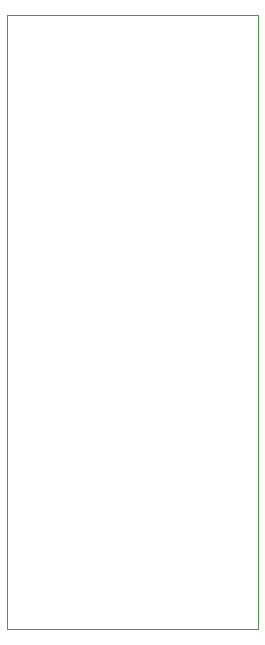
<source format=gbr>
%TF.GenerationSoftware,KiCad,Pcbnew,9.0.0*%
%TF.CreationDate,2025-04-08T23:38:33-04:00*%
%TF.ProjectId,pideck,70696465-636b-42e6-9b69-6361645f7063,rev?*%
%TF.SameCoordinates,Original*%
%TF.FileFunction,Profile,NP*%
%FSLAX46Y46*%
G04 Gerber Fmt 4.6, Leading zero omitted, Abs format (unit mm)*
G04 Created by KiCad (PCBNEW 9.0.0) date 2025-04-08 23:38:33*
%MOMM*%
%LPD*%
G01*
G04 APERTURE LIST*
%TA.AperFunction,Profile*%
%ADD10C,0.050000*%
%TD*%
G04 APERTURE END LIST*
D10*
X125000000Y-74000000D02*
X146300000Y-74000000D01*
X146300000Y-126000000D01*
X125000000Y-126000000D01*
X125000000Y-74000000D01*
M02*

</source>
